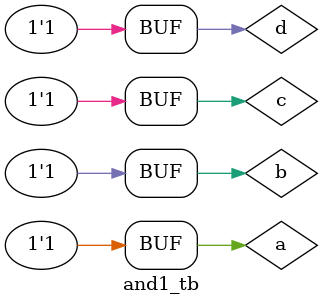
<source format=v>
module and_4(a,b,c,d,res);
input a,b,c,d;
output res;
wire res;


or g1(res ,a,b,c,d);
endmodule

module and1_tb;
reg a, b,c,d;
wire res;
and_4 i(a, b, c,d,res);
initial
begin
a=1'b0;
b=1'b0;
c=1'b0;
d=1'b0;
$monitor("Time:%0t a=%b b=%b c=%b d=%b res=%b",$time, a, b, c,d,res);
#5 a=1'b1; b=1'b1;c=1'b1;d=1'b1;
#5 a=1'b0; b=1'b1;c=1'b1;d=1'b0;
#5 a=1'b1; b=1'b0;c=1'b0;d=1'b0;
#5 a=1'b1; b=1'b1;c=1'b1;d=1'b1;
end
endmodule

</source>
